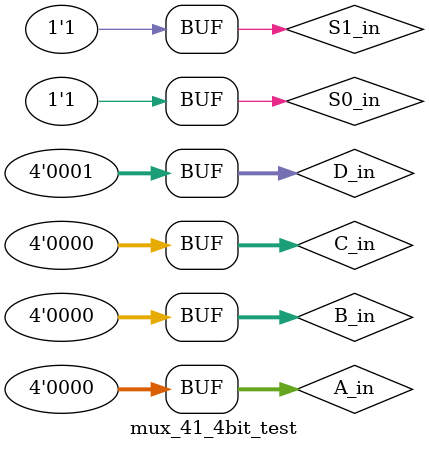
<source format=v>
module mux_41_4bit_test();

	// Inputs
	reg [3:0] A_in;
	reg [3:0] B_in;
	reg [3:0] C_in;
	reg [3:0] D_in;
	reg S0_in;
	reg S1_in;

	// Outputs
	wire [3:0] Mux_out;

	// Instantiate the Unit Under Test (UUT)
	mux_41_4bit uut (
		.A_in(A_in), 
		.B_in(B_in), 
		.C_in(C_in), 
		.D_in(D_in), 
		.S0_in(S0_in), 
		.S1_in(S1_in), 
		.Mux_out(Mux_out)
	);

	initial begin
	A_in = 0;
	B_in = 0;
	C_in = 0;
	D_in = 0;
	S0_in = 0;
	S1_in = 0;

	#100;		
	A_in=1;
	S0_in = 0;
	S1_in = 0;

	#100;
	A_in = 0;
	B_in = 0;
	C_in = 0;
	D_in = 0;

	#100;
	B_in=1;
	S1_in = 0;		
	S0_in = 1;

	#100;
	A_in = 0;
	B_in = 0;
	C_in = 0;
	D_in = 0;
			
	#100;
	C_in=1;
	S1_in = 1;		
	S0_in = 0;		

	#100;
	A_in = 0;
	B_in = 0;
	C_in = 0;
	D_in = 0;

	#100;
	D_in=1;
	S0_in = 1;
	S1_in = 1;
	end      
endmodule


</source>
